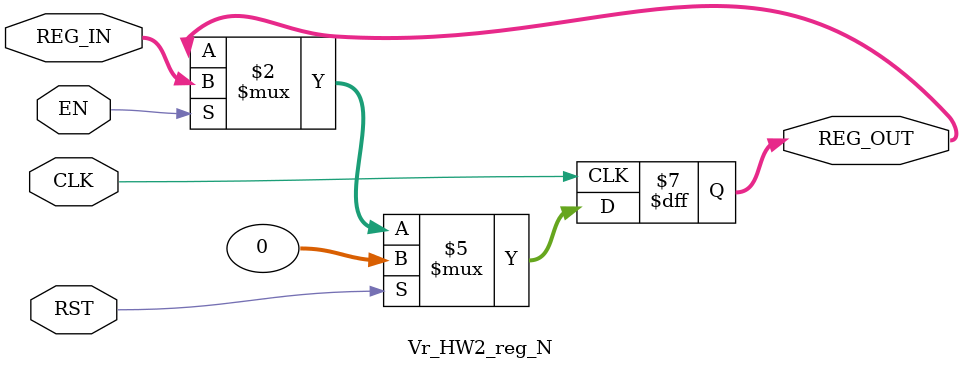
<source format=v>
module Vr_HW2_reg_N(CLK, RST, EN, REG_IN, REG_OUT);
  parameter N=32, INIT_VAL=0;
  input CLK;
  input RST;
  input EN;
  input [N-1:0] REG_IN;
  output reg [N-1:0] REG_OUT;

  always @ (posedge CLK)
    if (RST)
      REG_OUT = INIT_VAL;
    else
      if (EN) REG_OUT <= REG_IN;

endmodule

</source>
